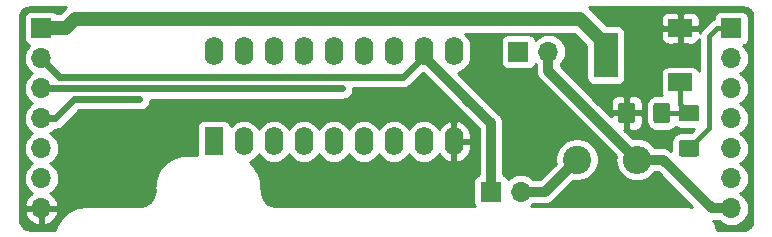
<source format=gtl>
G04 #@! TF.GenerationSoftware,KiCad,Pcbnew,5.1.4-e60b266~84~ubuntu19.04.1*
G04 #@! TF.CreationDate,2019-08-18T18:54:56+02:00*
G04 #@! TF.ProjectId,ULN2803A_shield,554c4e32-3830-4334-915f-736869656c64,rev?*
G04 #@! TF.SameCoordinates,Original*
G04 #@! TF.FileFunction,Copper,L1,Top*
G04 #@! TF.FilePolarity,Positive*
%FSLAX46Y46*%
G04 Gerber Fmt 4.6, Leading zero omitted, Abs format (unit mm)*
G04 Created by KiCad (PCBNEW 5.1.4-e60b266~84~ubuntu19.04.1) date 2019-08-18 18:54:56*
%MOMM*%
%LPD*%
G04 APERTURE LIST*
%ADD10R,2.000000X3.800000*%
%ADD11R,2.000000X1.500000*%
%ADD12O,2.400000X2.400000*%
%ADD13C,2.400000*%
%ADD14R,1.600000X2.400000*%
%ADD15O,1.600000X2.400000*%
%ADD16R,1.700000X1.700000*%
%ADD17O,1.700000X1.700000*%
%ADD18C,0.100000*%
%ADD19C,1.425000*%
%ADD20C,0.600000*%
%ADD21C,0.400000*%
%ADD22C,0.812800*%
%ADD23C,0.609600*%
%ADD24C,1.219200*%
%ADD25C,0.254000*%
G04 APERTURE END LIST*
D10*
X85660000Y-97020000D03*
D11*
X91960000Y-94720000D03*
X91960000Y-99320000D03*
D12*
X88300000Y-105850000D03*
D13*
X83220000Y-105850000D03*
D14*
X52470000Y-104310000D03*
D15*
X72790000Y-96690000D03*
X55010000Y-104310000D03*
X70250000Y-96690000D03*
X57550000Y-104310000D03*
X67710000Y-96690000D03*
X60090000Y-104310000D03*
X65170000Y-96690000D03*
X62630000Y-104310000D03*
X62630000Y-96690000D03*
X65170000Y-104310000D03*
X60090000Y-96690000D03*
X67710000Y-104310000D03*
X57550000Y-96690000D03*
X70250000Y-104310000D03*
X55010000Y-96690000D03*
X72790000Y-104310000D03*
X52470000Y-96690000D03*
D16*
X75930000Y-108560000D03*
D17*
X78470000Y-108560000D03*
D16*
X78250000Y-96710000D03*
D17*
X80790000Y-96710000D03*
D16*
X96280000Y-94750000D03*
D17*
X96280000Y-97290000D03*
X96280000Y-99830000D03*
X96280000Y-102370000D03*
X96280000Y-104910000D03*
X96280000Y-107450000D03*
X96280000Y-109990000D03*
X37860000Y-109960000D03*
X37860000Y-107420000D03*
X37860000Y-104880000D03*
X37860000Y-102340000D03*
X37860000Y-99800000D03*
X37860000Y-97260000D03*
D16*
X37860000Y-94720000D03*
D18*
G36*
X93349504Y-104176204D02*
G01*
X93373773Y-104179804D01*
X93397571Y-104185765D01*
X93420671Y-104194030D01*
X93442849Y-104204520D01*
X93463893Y-104217133D01*
X93483598Y-104231747D01*
X93501777Y-104248223D01*
X93518253Y-104266402D01*
X93532867Y-104286107D01*
X93545480Y-104307151D01*
X93555970Y-104329329D01*
X93564235Y-104352429D01*
X93570196Y-104376227D01*
X93573796Y-104400496D01*
X93575000Y-104425000D01*
X93575000Y-105350000D01*
X93573796Y-105374504D01*
X93570196Y-105398773D01*
X93564235Y-105422571D01*
X93555970Y-105445671D01*
X93545480Y-105467849D01*
X93532867Y-105488893D01*
X93518253Y-105508598D01*
X93501777Y-105526777D01*
X93483598Y-105543253D01*
X93463893Y-105557867D01*
X93442849Y-105570480D01*
X93420671Y-105580970D01*
X93397571Y-105589235D01*
X93373773Y-105595196D01*
X93349504Y-105598796D01*
X93325000Y-105600000D01*
X92075000Y-105600000D01*
X92050496Y-105598796D01*
X92026227Y-105595196D01*
X92002429Y-105589235D01*
X91979329Y-105580970D01*
X91957151Y-105570480D01*
X91936107Y-105557867D01*
X91916402Y-105543253D01*
X91898223Y-105526777D01*
X91881747Y-105508598D01*
X91867133Y-105488893D01*
X91854520Y-105467849D01*
X91844030Y-105445671D01*
X91835765Y-105422571D01*
X91829804Y-105398773D01*
X91826204Y-105374504D01*
X91825000Y-105350000D01*
X91825000Y-104425000D01*
X91826204Y-104400496D01*
X91829804Y-104376227D01*
X91835765Y-104352429D01*
X91844030Y-104329329D01*
X91854520Y-104307151D01*
X91867133Y-104286107D01*
X91881747Y-104266402D01*
X91898223Y-104248223D01*
X91916402Y-104231747D01*
X91936107Y-104217133D01*
X91957151Y-104204520D01*
X91979329Y-104194030D01*
X92002429Y-104185765D01*
X92026227Y-104179804D01*
X92050496Y-104176204D01*
X92075000Y-104175000D01*
X93325000Y-104175000D01*
X93349504Y-104176204D01*
X93349504Y-104176204D01*
G37*
D19*
X92700000Y-104887500D03*
D18*
G36*
X93349504Y-101201204D02*
G01*
X93373773Y-101204804D01*
X93397571Y-101210765D01*
X93420671Y-101219030D01*
X93442849Y-101229520D01*
X93463893Y-101242133D01*
X93483598Y-101256747D01*
X93501777Y-101273223D01*
X93518253Y-101291402D01*
X93532867Y-101311107D01*
X93545480Y-101332151D01*
X93555970Y-101354329D01*
X93564235Y-101377429D01*
X93570196Y-101401227D01*
X93573796Y-101425496D01*
X93575000Y-101450000D01*
X93575000Y-102375000D01*
X93573796Y-102399504D01*
X93570196Y-102423773D01*
X93564235Y-102447571D01*
X93555970Y-102470671D01*
X93545480Y-102492849D01*
X93532867Y-102513893D01*
X93518253Y-102533598D01*
X93501777Y-102551777D01*
X93483598Y-102568253D01*
X93463893Y-102582867D01*
X93442849Y-102595480D01*
X93420671Y-102605970D01*
X93397571Y-102614235D01*
X93373773Y-102620196D01*
X93349504Y-102623796D01*
X93325000Y-102625000D01*
X92075000Y-102625000D01*
X92050496Y-102623796D01*
X92026227Y-102620196D01*
X92002429Y-102614235D01*
X91979329Y-102605970D01*
X91957151Y-102595480D01*
X91936107Y-102582867D01*
X91916402Y-102568253D01*
X91898223Y-102551777D01*
X91881747Y-102533598D01*
X91867133Y-102513893D01*
X91854520Y-102492849D01*
X91844030Y-102470671D01*
X91835765Y-102447571D01*
X91829804Y-102423773D01*
X91826204Y-102399504D01*
X91825000Y-102375000D01*
X91825000Y-101450000D01*
X91826204Y-101425496D01*
X91829804Y-101401227D01*
X91835765Y-101377429D01*
X91844030Y-101354329D01*
X91854520Y-101332151D01*
X91867133Y-101311107D01*
X91881747Y-101291402D01*
X91898223Y-101273223D01*
X91916402Y-101256747D01*
X91936107Y-101242133D01*
X91957151Y-101229520D01*
X91979329Y-101219030D01*
X92002429Y-101210765D01*
X92026227Y-101204804D01*
X92050496Y-101201204D01*
X92075000Y-101200000D01*
X93325000Y-101200000D01*
X93349504Y-101201204D01*
X93349504Y-101201204D01*
G37*
D19*
X92700000Y-101912500D03*
D18*
G36*
X90887004Y-101026204D02*
G01*
X90911273Y-101029804D01*
X90935071Y-101035765D01*
X90958171Y-101044030D01*
X90980349Y-101054520D01*
X91001393Y-101067133D01*
X91021098Y-101081747D01*
X91039277Y-101098223D01*
X91055753Y-101116402D01*
X91070367Y-101136107D01*
X91082980Y-101157151D01*
X91093470Y-101179329D01*
X91101735Y-101202429D01*
X91107696Y-101226227D01*
X91111296Y-101250496D01*
X91112500Y-101275000D01*
X91112500Y-102525000D01*
X91111296Y-102549504D01*
X91107696Y-102573773D01*
X91101735Y-102597571D01*
X91093470Y-102620671D01*
X91082980Y-102642849D01*
X91070367Y-102663893D01*
X91055753Y-102683598D01*
X91039277Y-102701777D01*
X91021098Y-102718253D01*
X91001393Y-102732867D01*
X90980349Y-102745480D01*
X90958171Y-102755970D01*
X90935071Y-102764235D01*
X90911273Y-102770196D01*
X90887004Y-102773796D01*
X90862500Y-102775000D01*
X89937500Y-102775000D01*
X89912996Y-102773796D01*
X89888727Y-102770196D01*
X89864929Y-102764235D01*
X89841829Y-102755970D01*
X89819651Y-102745480D01*
X89798607Y-102732867D01*
X89778902Y-102718253D01*
X89760723Y-102701777D01*
X89744247Y-102683598D01*
X89729633Y-102663893D01*
X89717020Y-102642849D01*
X89706530Y-102620671D01*
X89698265Y-102597571D01*
X89692304Y-102573773D01*
X89688704Y-102549504D01*
X89687500Y-102525000D01*
X89687500Y-101275000D01*
X89688704Y-101250496D01*
X89692304Y-101226227D01*
X89698265Y-101202429D01*
X89706530Y-101179329D01*
X89717020Y-101157151D01*
X89729633Y-101136107D01*
X89744247Y-101116402D01*
X89760723Y-101098223D01*
X89778902Y-101081747D01*
X89798607Y-101067133D01*
X89819651Y-101054520D01*
X89841829Y-101044030D01*
X89864929Y-101035765D01*
X89888727Y-101029804D01*
X89912996Y-101026204D01*
X89937500Y-101025000D01*
X90862500Y-101025000D01*
X90887004Y-101026204D01*
X90887004Y-101026204D01*
G37*
D19*
X90400000Y-101900000D03*
D18*
G36*
X87912004Y-101026204D02*
G01*
X87936273Y-101029804D01*
X87960071Y-101035765D01*
X87983171Y-101044030D01*
X88005349Y-101054520D01*
X88026393Y-101067133D01*
X88046098Y-101081747D01*
X88064277Y-101098223D01*
X88080753Y-101116402D01*
X88095367Y-101136107D01*
X88107980Y-101157151D01*
X88118470Y-101179329D01*
X88126735Y-101202429D01*
X88132696Y-101226227D01*
X88136296Y-101250496D01*
X88137500Y-101275000D01*
X88137500Y-102525000D01*
X88136296Y-102549504D01*
X88132696Y-102573773D01*
X88126735Y-102597571D01*
X88118470Y-102620671D01*
X88107980Y-102642849D01*
X88095367Y-102663893D01*
X88080753Y-102683598D01*
X88064277Y-102701777D01*
X88046098Y-102718253D01*
X88026393Y-102732867D01*
X88005349Y-102745480D01*
X87983171Y-102755970D01*
X87960071Y-102764235D01*
X87936273Y-102770196D01*
X87912004Y-102773796D01*
X87887500Y-102775000D01*
X86962500Y-102775000D01*
X86937996Y-102773796D01*
X86913727Y-102770196D01*
X86889929Y-102764235D01*
X86866829Y-102755970D01*
X86844651Y-102745480D01*
X86823607Y-102732867D01*
X86803902Y-102718253D01*
X86785723Y-102701777D01*
X86769247Y-102683598D01*
X86754633Y-102663893D01*
X86742020Y-102642849D01*
X86731530Y-102620671D01*
X86723265Y-102597571D01*
X86717304Y-102573773D01*
X86713704Y-102549504D01*
X86712500Y-102525000D01*
X86712500Y-101275000D01*
X86713704Y-101250496D01*
X86717304Y-101226227D01*
X86723265Y-101202429D01*
X86731530Y-101179329D01*
X86742020Y-101157151D01*
X86754633Y-101136107D01*
X86769247Y-101116402D01*
X86785723Y-101098223D01*
X86803902Y-101081747D01*
X86823607Y-101067133D01*
X86844651Y-101054520D01*
X86866829Y-101044030D01*
X86889929Y-101035765D01*
X86913727Y-101029804D01*
X86937996Y-101026204D01*
X86962500Y-101025000D01*
X87887500Y-101025000D01*
X87912004Y-101026204D01*
X87912004Y-101026204D01*
G37*
D19*
X87425000Y-101900000D03*
D20*
X70350000Y-99960000D03*
X83075000Y-98305000D03*
X69600000Y-99960000D03*
X50300000Y-102100000D03*
X71100000Y-99960000D03*
X89700000Y-94700000D03*
X88200000Y-99300000D03*
X89000000Y-98700000D03*
X49300000Y-102600000D03*
X50300000Y-103200000D03*
X89200000Y-99600000D03*
X66900000Y-100250000D03*
X63350000Y-99830000D03*
X46170000Y-100750000D03*
D21*
X55010000Y-104310000D02*
X55010000Y-104710000D01*
D22*
X78230000Y-96690000D02*
X78250000Y-96710000D01*
D21*
X91940000Y-94700000D02*
X91960000Y-94720000D01*
X89700000Y-94700000D02*
X91940000Y-94700000D01*
D22*
X89997056Y-105850000D02*
X88300000Y-105850000D01*
X90467200Y-105850000D02*
X89997056Y-105850000D01*
X96270000Y-109990000D02*
X94607200Y-109990000D01*
X94607200Y-109990000D02*
X90467200Y-105850000D01*
X80790000Y-98340000D02*
X80790000Y-96710000D01*
X88300000Y-105850000D02*
X80790000Y-98340000D01*
X80510000Y-108560000D02*
X83220000Y-105850000D01*
X78470000Y-108560000D02*
X80510000Y-108560000D01*
X70250000Y-96690000D02*
X70250000Y-97090000D01*
X70250000Y-97090000D02*
X74100000Y-100940000D01*
X74100000Y-100940000D02*
X74880000Y-101720000D01*
D23*
X37850000Y-97290000D02*
X39390000Y-98830000D01*
X68510000Y-98830000D02*
X70250000Y-97090000D01*
X39390000Y-98830000D02*
X68510000Y-98830000D01*
D22*
X75930000Y-102770000D02*
X75930000Y-108560000D01*
X74100000Y-100940000D02*
X75930000Y-102770000D01*
D21*
X63350000Y-99830000D02*
X63350000Y-99830000D01*
D23*
X39052081Y-99830000D02*
X63350000Y-99830000D01*
X37850000Y-99830000D02*
X39052081Y-99830000D01*
D24*
X83490000Y-93950000D02*
X79050000Y-93950000D01*
X85660000Y-96120000D02*
X83490000Y-93950000D01*
X85660000Y-97020000D02*
X85660000Y-96120000D01*
X79050000Y-93950000D02*
X82155736Y-93950000D01*
X39929200Y-94720000D02*
X40699200Y-93950000D01*
X37860000Y-94720000D02*
X39929200Y-94720000D01*
X40699200Y-93950000D02*
X42850000Y-93950000D01*
X42850000Y-93950000D02*
X79050000Y-93950000D01*
D23*
X39052081Y-102370000D02*
X40672081Y-100750000D01*
X37850000Y-102370000D02*
X39052081Y-102370000D01*
X40672081Y-100750000D02*
X46110000Y-100750000D01*
X46110000Y-100750000D02*
X46170000Y-100750000D01*
D21*
X96280000Y-94750000D02*
X95030000Y-94750000D01*
X92700000Y-104887500D02*
X94400000Y-103187500D01*
X94400000Y-95380000D02*
X94440000Y-95340000D01*
X94400000Y-103187500D02*
X94400000Y-95380000D01*
X95030000Y-94750000D02*
X94440000Y-95340000D01*
X92687500Y-101900000D02*
X92700000Y-101912500D01*
X90400000Y-101900000D02*
X92687500Y-101900000D01*
X91960000Y-101172500D02*
X92700000Y-101912500D01*
X91960000Y-99320000D02*
X91960000Y-101172500D01*
D25*
G36*
X97432785Y-92978386D02*
G01*
X97579748Y-93022757D01*
X97715297Y-93094829D01*
X97834258Y-93191852D01*
X97932118Y-93310144D01*
X98005132Y-93445181D01*
X98050529Y-93591833D01*
X98070001Y-93777101D01*
X98070000Y-110967643D01*
X98052648Y-111157645D01*
X98009257Y-111304906D01*
X97938088Y-111440935D01*
X97841850Y-111560553D01*
X97724216Y-111659197D01*
X97589655Y-111733117D01*
X97443308Y-111779490D01*
X97259940Y-111800000D01*
X95107096Y-111800000D01*
X95021974Y-111525016D01*
X94997029Y-111465675D01*
X94972931Y-111406029D01*
X94968277Y-111397276D01*
X94782626Y-111053921D01*
X94767435Y-111031400D01*
X95213595Y-111031400D01*
X95224866Y-111045134D01*
X95450986Y-111230706D01*
X95708966Y-111368599D01*
X95988889Y-111453513D01*
X96207050Y-111475000D01*
X96352950Y-111475000D01*
X96571111Y-111453513D01*
X96851034Y-111368599D01*
X97109014Y-111230706D01*
X97335134Y-111045134D01*
X97520706Y-110819014D01*
X97658599Y-110561034D01*
X97743513Y-110281111D01*
X97772185Y-109990000D01*
X97743513Y-109698889D01*
X97658599Y-109418966D01*
X97520706Y-109160986D01*
X97335134Y-108934866D01*
X97109014Y-108749294D01*
X97054209Y-108720000D01*
X97109014Y-108690706D01*
X97335134Y-108505134D01*
X97520706Y-108279014D01*
X97658599Y-108021034D01*
X97743513Y-107741111D01*
X97772185Y-107450000D01*
X97743513Y-107158889D01*
X97658599Y-106878966D01*
X97520706Y-106620986D01*
X97335134Y-106394866D01*
X97109014Y-106209294D01*
X97054209Y-106180000D01*
X97109014Y-106150706D01*
X97335134Y-105965134D01*
X97520706Y-105739014D01*
X97658599Y-105481034D01*
X97743513Y-105201111D01*
X97772185Y-104910000D01*
X97743513Y-104618889D01*
X97658599Y-104338966D01*
X97520706Y-104080986D01*
X97335134Y-103854866D01*
X97109014Y-103669294D01*
X97054209Y-103640000D01*
X97109014Y-103610706D01*
X97335134Y-103425134D01*
X97520706Y-103199014D01*
X97658599Y-102941034D01*
X97743513Y-102661111D01*
X97772185Y-102370000D01*
X97743513Y-102078889D01*
X97658599Y-101798966D01*
X97520706Y-101540986D01*
X97335134Y-101314866D01*
X97109014Y-101129294D01*
X97054209Y-101100000D01*
X97109014Y-101070706D01*
X97335134Y-100885134D01*
X97520706Y-100659014D01*
X97658599Y-100401034D01*
X97743513Y-100121111D01*
X97772185Y-99830000D01*
X97743513Y-99538889D01*
X97658599Y-99258966D01*
X97520706Y-99000986D01*
X97335134Y-98774866D01*
X97109014Y-98589294D01*
X97054209Y-98560000D01*
X97109014Y-98530706D01*
X97335134Y-98345134D01*
X97520706Y-98119014D01*
X97658599Y-97861034D01*
X97743513Y-97581111D01*
X97772185Y-97290000D01*
X97743513Y-96998889D01*
X97658599Y-96718966D01*
X97520706Y-96460986D01*
X97335134Y-96234866D01*
X97305313Y-96210393D01*
X97374180Y-96189502D01*
X97484494Y-96130537D01*
X97581185Y-96051185D01*
X97660537Y-95954494D01*
X97719502Y-95844180D01*
X97755812Y-95724482D01*
X97768072Y-95600000D01*
X97768072Y-93900000D01*
X97755812Y-93775518D01*
X97719502Y-93655820D01*
X97660537Y-93545506D01*
X97581185Y-93448815D01*
X97484494Y-93369463D01*
X97374180Y-93310498D01*
X97254482Y-93274188D01*
X97130000Y-93261928D01*
X95430000Y-93261928D01*
X95305518Y-93274188D01*
X95185820Y-93310498D01*
X95075506Y-93369463D01*
X94978815Y-93448815D01*
X94899463Y-93545506D01*
X94840498Y-93655820D01*
X94804188Y-93775518D01*
X94791928Y-93900000D01*
X94791928Y-93949646D01*
X94708913Y-93974828D01*
X94563854Y-94052364D01*
X94436709Y-94156709D01*
X94410558Y-94188574D01*
X93878576Y-94720557D01*
X93878571Y-94720561D01*
X93838571Y-94760561D01*
X93806710Y-94786709D01*
X93735191Y-94873855D01*
X93702364Y-94913855D01*
X93624828Y-95058914D01*
X93595981Y-95154010D01*
X93595000Y-95005750D01*
X93436250Y-94847000D01*
X92087000Y-94847000D01*
X92087000Y-95946250D01*
X92245750Y-96105000D01*
X92960000Y-96108072D01*
X93084482Y-96095812D01*
X93204180Y-96059502D01*
X93314494Y-96000537D01*
X93411185Y-95921185D01*
X93490537Y-95824494D01*
X93549502Y-95714180D01*
X93565001Y-95663087D01*
X93565001Y-98376912D01*
X93549502Y-98325820D01*
X93490537Y-98215506D01*
X93411185Y-98118815D01*
X93314494Y-98039463D01*
X93204180Y-97980498D01*
X93084482Y-97944188D01*
X92960000Y-97931928D01*
X90960000Y-97931928D01*
X90835518Y-97944188D01*
X90715820Y-97980498D01*
X90605506Y-98039463D01*
X90508815Y-98118815D01*
X90429463Y-98215506D01*
X90370498Y-98325820D01*
X90334188Y-98445518D01*
X90321928Y-98570000D01*
X90321928Y-100070000D01*
X90334188Y-100194482D01*
X90370498Y-100314180D01*
X90409383Y-100386928D01*
X89937500Y-100386928D01*
X89764246Y-100403992D01*
X89597650Y-100454528D01*
X89444114Y-100536595D01*
X89309538Y-100647038D01*
X89199095Y-100781614D01*
X89117028Y-100935150D01*
X89066492Y-101101746D01*
X89049428Y-101275000D01*
X89049428Y-102525000D01*
X89066492Y-102698254D01*
X89117028Y-102864850D01*
X89199095Y-103018386D01*
X89309538Y-103152962D01*
X89444114Y-103263405D01*
X89597650Y-103345472D01*
X89764246Y-103396008D01*
X89937500Y-103413072D01*
X90862500Y-103413072D01*
X91035754Y-103396008D01*
X91202350Y-103345472D01*
X91355886Y-103263405D01*
X91490462Y-103152962D01*
X91546545Y-103084625D01*
X91581614Y-103113405D01*
X91735150Y-103195472D01*
X91901746Y-103246008D01*
X92075000Y-103263072D01*
X93143560Y-103263072D01*
X92869705Y-103536928D01*
X92075000Y-103536928D01*
X91901746Y-103553992D01*
X91735150Y-103604528D01*
X91581614Y-103686595D01*
X91447038Y-103797038D01*
X91336595Y-103931614D01*
X91254528Y-104085150D01*
X91203992Y-104251746D01*
X91186928Y-104425000D01*
X91186928Y-105093467D01*
X91048570Y-104979919D01*
X90867654Y-104883217D01*
X90671350Y-104823669D01*
X90518352Y-104808600D01*
X90518341Y-104808600D01*
X90467200Y-104803563D01*
X90416059Y-104808600D01*
X89819181Y-104808600D01*
X89603819Y-104546181D01*
X89324404Y-104316871D01*
X89005622Y-104146479D01*
X88659723Y-104041552D01*
X88390139Y-104015000D01*
X88209861Y-104015000D01*
X87962159Y-104039397D01*
X87236006Y-103313244D01*
X87298000Y-103251250D01*
X87298000Y-102027000D01*
X87552000Y-102027000D01*
X87552000Y-103251250D01*
X87710750Y-103410000D01*
X88137500Y-103413072D01*
X88261982Y-103400812D01*
X88381680Y-103364502D01*
X88491994Y-103305537D01*
X88588685Y-103226185D01*
X88668037Y-103129494D01*
X88727002Y-103019180D01*
X88763312Y-102899482D01*
X88775572Y-102775000D01*
X88772500Y-102185750D01*
X88613750Y-102027000D01*
X87552000Y-102027000D01*
X87298000Y-102027000D01*
X86236250Y-102027000D01*
X86093006Y-102170244D01*
X84947762Y-101025000D01*
X86074428Y-101025000D01*
X86077500Y-101614250D01*
X86236250Y-101773000D01*
X87298000Y-101773000D01*
X87298000Y-100548750D01*
X87552000Y-100548750D01*
X87552000Y-101773000D01*
X88613750Y-101773000D01*
X88772500Y-101614250D01*
X88775572Y-101025000D01*
X88763312Y-100900518D01*
X88727002Y-100780820D01*
X88668037Y-100670506D01*
X88588685Y-100573815D01*
X88491994Y-100494463D01*
X88381680Y-100435498D01*
X88261982Y-100399188D01*
X88137500Y-100386928D01*
X87710750Y-100390000D01*
X87552000Y-100548750D01*
X87298000Y-100548750D01*
X87139250Y-100390000D01*
X86712500Y-100386928D01*
X86588018Y-100399188D01*
X86468320Y-100435498D01*
X86358006Y-100494463D01*
X86261315Y-100573815D01*
X86181963Y-100670506D01*
X86122998Y-100780820D01*
X86086688Y-100900518D01*
X86074428Y-101025000D01*
X84947762Y-101025000D01*
X81831400Y-97908639D01*
X81831400Y-97776405D01*
X81845134Y-97765134D01*
X82030706Y-97539014D01*
X82168599Y-97281034D01*
X82253513Y-97001111D01*
X82282185Y-96710000D01*
X82253513Y-96418889D01*
X82168599Y-96138966D01*
X82030706Y-95880986D01*
X81845134Y-95654866D01*
X81619014Y-95469294D01*
X81361034Y-95331401D01*
X81081111Y-95246487D01*
X80862950Y-95225000D01*
X80717050Y-95225000D01*
X80498889Y-95246487D01*
X80218966Y-95331401D01*
X79960986Y-95469294D01*
X79734866Y-95654866D01*
X79710393Y-95684687D01*
X79689502Y-95615820D01*
X79630537Y-95505506D01*
X79551185Y-95408815D01*
X79454494Y-95329463D01*
X79344180Y-95270498D01*
X79224482Y-95234188D01*
X79100000Y-95221928D01*
X77400000Y-95221928D01*
X77275518Y-95234188D01*
X77155820Y-95270498D01*
X77045506Y-95329463D01*
X76948815Y-95408815D01*
X76869463Y-95505506D01*
X76810498Y-95615820D01*
X76774188Y-95735518D01*
X76761928Y-95860000D01*
X76761928Y-97560000D01*
X76774188Y-97684482D01*
X76810498Y-97804180D01*
X76869463Y-97914494D01*
X76948815Y-98011185D01*
X77045506Y-98090537D01*
X77155820Y-98149502D01*
X77275518Y-98185812D01*
X77400000Y-98198072D01*
X79100000Y-98198072D01*
X79224482Y-98185812D01*
X79344180Y-98149502D01*
X79454494Y-98090537D01*
X79551185Y-98011185D01*
X79630537Y-97914494D01*
X79689502Y-97804180D01*
X79710393Y-97735313D01*
X79734866Y-97765134D01*
X79748600Y-97776406D01*
X79748600Y-98288858D01*
X79743563Y-98340000D01*
X79748600Y-98391141D01*
X79748600Y-98391151D01*
X79763669Y-98544149D01*
X79823217Y-98740453D01*
X79919919Y-98921370D01*
X80050057Y-99079943D01*
X80089791Y-99112552D01*
X86489397Y-105512159D01*
X86456122Y-105850000D01*
X86491552Y-106209723D01*
X86596479Y-106555622D01*
X86766871Y-106874404D01*
X86996181Y-107153819D01*
X87275596Y-107383129D01*
X87594378Y-107553521D01*
X87940277Y-107658448D01*
X88209861Y-107685000D01*
X88390139Y-107685000D01*
X88659723Y-107658448D01*
X89005622Y-107553521D01*
X89324404Y-107383129D01*
X89603819Y-107153819D01*
X89819181Y-106891400D01*
X90035839Y-106891400D01*
X92992174Y-109847736D01*
X92967612Y-109842515D01*
X92957753Y-109841479D01*
X92570016Y-109803461D01*
X92534877Y-109800000D01*
X79299874Y-109800000D01*
X79525134Y-109615134D01*
X79536405Y-109601400D01*
X80458859Y-109601400D01*
X80510000Y-109606437D01*
X80561141Y-109601400D01*
X80561152Y-109601400D01*
X80714150Y-109586331D01*
X80910454Y-109526783D01*
X81091370Y-109430081D01*
X81249943Y-109299943D01*
X81282552Y-109260209D01*
X82887875Y-107654886D01*
X83039268Y-107685000D01*
X83400732Y-107685000D01*
X83755250Y-107614482D01*
X84089199Y-107476156D01*
X84389744Y-107275338D01*
X84645338Y-107019744D01*
X84846156Y-106719199D01*
X84984482Y-106385250D01*
X85055000Y-106030732D01*
X85055000Y-105669268D01*
X84984482Y-105314750D01*
X84846156Y-104980801D01*
X84645338Y-104680256D01*
X84389744Y-104424662D01*
X84089199Y-104223844D01*
X83755250Y-104085518D01*
X83400732Y-104015000D01*
X83039268Y-104015000D01*
X82684750Y-104085518D01*
X82350801Y-104223844D01*
X82050256Y-104424662D01*
X81794662Y-104680256D01*
X81593844Y-104980801D01*
X81455518Y-105314750D01*
X81385000Y-105669268D01*
X81385000Y-106030732D01*
X81415114Y-106182125D01*
X80078639Y-107518600D01*
X79536405Y-107518600D01*
X79525134Y-107504866D01*
X79299014Y-107319294D01*
X79041034Y-107181401D01*
X78761111Y-107096487D01*
X78542950Y-107075000D01*
X78397050Y-107075000D01*
X78178889Y-107096487D01*
X77898966Y-107181401D01*
X77640986Y-107319294D01*
X77414866Y-107504866D01*
X77390393Y-107534687D01*
X77369502Y-107465820D01*
X77310537Y-107355506D01*
X77231185Y-107258815D01*
X77134494Y-107179463D01*
X77024180Y-107120498D01*
X76971400Y-107104487D01*
X76971400Y-102821141D01*
X76976437Y-102770000D01*
X76971400Y-102718858D01*
X76971400Y-102718848D01*
X76956331Y-102565850D01*
X76896783Y-102369546D01*
X76800081Y-102188630D01*
X76710019Y-102078889D01*
X76702551Y-102069789D01*
X76702547Y-102069785D01*
X76669943Y-102030057D01*
X76630214Y-101997453D01*
X75652554Y-101019792D01*
X75652551Y-101019789D01*
X74872554Y-100239793D01*
X74872550Y-100239788D01*
X73121709Y-98488947D01*
X73341808Y-98422182D01*
X73591101Y-98288932D01*
X73809608Y-98109608D01*
X73988932Y-97891101D01*
X74122182Y-97641808D01*
X74204236Y-97371309D01*
X74225000Y-97160491D01*
X74225000Y-96219508D01*
X74204236Y-96008691D01*
X74122182Y-95738192D01*
X73988932Y-95488899D01*
X73809607Y-95270392D01*
X73717254Y-95194600D01*
X82974471Y-95194600D01*
X84021928Y-96242058D01*
X84021928Y-98920000D01*
X84034188Y-99044482D01*
X84070498Y-99164180D01*
X84129463Y-99274494D01*
X84208815Y-99371185D01*
X84305506Y-99450537D01*
X84415820Y-99509502D01*
X84535518Y-99545812D01*
X84660000Y-99558072D01*
X86660000Y-99558072D01*
X86784482Y-99545812D01*
X86904180Y-99509502D01*
X87014494Y-99450537D01*
X87111185Y-99371185D01*
X87190537Y-99274494D01*
X87249502Y-99164180D01*
X87285812Y-99044482D01*
X87298072Y-98920000D01*
X87298072Y-95470000D01*
X90321928Y-95470000D01*
X90334188Y-95594482D01*
X90370498Y-95714180D01*
X90429463Y-95824494D01*
X90508815Y-95921185D01*
X90605506Y-96000537D01*
X90715820Y-96059502D01*
X90835518Y-96095812D01*
X90960000Y-96108072D01*
X91674250Y-96105000D01*
X91833000Y-95946250D01*
X91833000Y-94847000D01*
X90483750Y-94847000D01*
X90325000Y-95005750D01*
X90321928Y-95470000D01*
X87298072Y-95470000D01*
X87298072Y-95120000D01*
X87285812Y-94995518D01*
X87249502Y-94875820D01*
X87190537Y-94765506D01*
X87111185Y-94668815D01*
X87014494Y-94589463D01*
X86904180Y-94530498D01*
X86784482Y-94494188D01*
X86660000Y-94481928D01*
X85782058Y-94481928D01*
X85270130Y-93970000D01*
X90321928Y-93970000D01*
X90325000Y-94434250D01*
X90483750Y-94593000D01*
X91833000Y-94593000D01*
X91833000Y-93493750D01*
X92087000Y-93493750D01*
X92087000Y-94593000D01*
X93436250Y-94593000D01*
X93595000Y-94434250D01*
X93598072Y-93970000D01*
X93585812Y-93845518D01*
X93549502Y-93725820D01*
X93490537Y-93615506D01*
X93411185Y-93518815D01*
X93314494Y-93439463D01*
X93204180Y-93380498D01*
X93084482Y-93344188D01*
X92960000Y-93331928D01*
X92245750Y-93335000D01*
X92087000Y-93493750D01*
X91833000Y-93493750D01*
X91674250Y-93335000D01*
X90960000Y-93331928D01*
X90835518Y-93344188D01*
X90715820Y-93380498D01*
X90605506Y-93439463D01*
X90508815Y-93518815D01*
X90429463Y-93615506D01*
X90370498Y-93725820D01*
X90334188Y-93845518D01*
X90321928Y-93970000D01*
X85270130Y-93970000D01*
X84413302Y-93113173D01*
X84374323Y-93065677D01*
X84245555Y-92960000D01*
X97245271Y-92960000D01*
X97432785Y-92978386D01*
X97432785Y-92978386D01*
G37*
X97432785Y-92978386D02*
X97579748Y-93022757D01*
X97715297Y-93094829D01*
X97834258Y-93191852D01*
X97932118Y-93310144D01*
X98005132Y-93445181D01*
X98050529Y-93591833D01*
X98070001Y-93777101D01*
X98070000Y-110967643D01*
X98052648Y-111157645D01*
X98009257Y-111304906D01*
X97938088Y-111440935D01*
X97841850Y-111560553D01*
X97724216Y-111659197D01*
X97589655Y-111733117D01*
X97443308Y-111779490D01*
X97259940Y-111800000D01*
X95107096Y-111800000D01*
X95021974Y-111525016D01*
X94997029Y-111465675D01*
X94972931Y-111406029D01*
X94968277Y-111397276D01*
X94782626Y-111053921D01*
X94767435Y-111031400D01*
X95213595Y-111031400D01*
X95224866Y-111045134D01*
X95450986Y-111230706D01*
X95708966Y-111368599D01*
X95988889Y-111453513D01*
X96207050Y-111475000D01*
X96352950Y-111475000D01*
X96571111Y-111453513D01*
X96851034Y-111368599D01*
X97109014Y-111230706D01*
X97335134Y-111045134D01*
X97520706Y-110819014D01*
X97658599Y-110561034D01*
X97743513Y-110281111D01*
X97772185Y-109990000D01*
X97743513Y-109698889D01*
X97658599Y-109418966D01*
X97520706Y-109160986D01*
X97335134Y-108934866D01*
X97109014Y-108749294D01*
X97054209Y-108720000D01*
X97109014Y-108690706D01*
X97335134Y-108505134D01*
X97520706Y-108279014D01*
X97658599Y-108021034D01*
X97743513Y-107741111D01*
X97772185Y-107450000D01*
X97743513Y-107158889D01*
X97658599Y-106878966D01*
X97520706Y-106620986D01*
X97335134Y-106394866D01*
X97109014Y-106209294D01*
X97054209Y-106180000D01*
X97109014Y-106150706D01*
X97335134Y-105965134D01*
X97520706Y-105739014D01*
X97658599Y-105481034D01*
X97743513Y-105201111D01*
X97772185Y-104910000D01*
X97743513Y-104618889D01*
X97658599Y-104338966D01*
X97520706Y-104080986D01*
X97335134Y-103854866D01*
X97109014Y-103669294D01*
X97054209Y-103640000D01*
X97109014Y-103610706D01*
X97335134Y-103425134D01*
X97520706Y-103199014D01*
X97658599Y-102941034D01*
X97743513Y-102661111D01*
X97772185Y-102370000D01*
X97743513Y-102078889D01*
X97658599Y-101798966D01*
X97520706Y-101540986D01*
X97335134Y-101314866D01*
X97109014Y-101129294D01*
X97054209Y-101100000D01*
X97109014Y-101070706D01*
X97335134Y-100885134D01*
X97520706Y-100659014D01*
X97658599Y-100401034D01*
X97743513Y-100121111D01*
X97772185Y-99830000D01*
X97743513Y-99538889D01*
X97658599Y-99258966D01*
X97520706Y-99000986D01*
X97335134Y-98774866D01*
X97109014Y-98589294D01*
X97054209Y-98560000D01*
X97109014Y-98530706D01*
X97335134Y-98345134D01*
X97520706Y-98119014D01*
X97658599Y-97861034D01*
X97743513Y-97581111D01*
X97772185Y-97290000D01*
X97743513Y-96998889D01*
X97658599Y-96718966D01*
X97520706Y-96460986D01*
X97335134Y-96234866D01*
X97305313Y-96210393D01*
X97374180Y-96189502D01*
X97484494Y-96130537D01*
X97581185Y-96051185D01*
X97660537Y-95954494D01*
X97719502Y-95844180D01*
X97755812Y-95724482D01*
X97768072Y-95600000D01*
X97768072Y-93900000D01*
X97755812Y-93775518D01*
X97719502Y-93655820D01*
X97660537Y-93545506D01*
X97581185Y-93448815D01*
X97484494Y-93369463D01*
X97374180Y-93310498D01*
X97254482Y-93274188D01*
X97130000Y-93261928D01*
X95430000Y-93261928D01*
X95305518Y-93274188D01*
X95185820Y-93310498D01*
X95075506Y-93369463D01*
X94978815Y-93448815D01*
X94899463Y-93545506D01*
X94840498Y-93655820D01*
X94804188Y-93775518D01*
X94791928Y-93900000D01*
X94791928Y-93949646D01*
X94708913Y-93974828D01*
X94563854Y-94052364D01*
X94436709Y-94156709D01*
X94410558Y-94188574D01*
X93878576Y-94720557D01*
X93878571Y-94720561D01*
X93838571Y-94760561D01*
X93806710Y-94786709D01*
X93735191Y-94873855D01*
X93702364Y-94913855D01*
X93624828Y-95058914D01*
X93595981Y-95154010D01*
X93595000Y-95005750D01*
X93436250Y-94847000D01*
X92087000Y-94847000D01*
X92087000Y-95946250D01*
X92245750Y-96105000D01*
X92960000Y-96108072D01*
X93084482Y-96095812D01*
X93204180Y-96059502D01*
X93314494Y-96000537D01*
X93411185Y-95921185D01*
X93490537Y-95824494D01*
X93549502Y-95714180D01*
X93565001Y-95663087D01*
X93565001Y-98376912D01*
X93549502Y-98325820D01*
X93490537Y-98215506D01*
X93411185Y-98118815D01*
X93314494Y-98039463D01*
X93204180Y-97980498D01*
X93084482Y-97944188D01*
X92960000Y-97931928D01*
X90960000Y-97931928D01*
X90835518Y-97944188D01*
X90715820Y-97980498D01*
X90605506Y-98039463D01*
X90508815Y-98118815D01*
X90429463Y-98215506D01*
X90370498Y-98325820D01*
X90334188Y-98445518D01*
X90321928Y-98570000D01*
X90321928Y-100070000D01*
X90334188Y-100194482D01*
X90370498Y-100314180D01*
X90409383Y-100386928D01*
X89937500Y-100386928D01*
X89764246Y-100403992D01*
X89597650Y-100454528D01*
X89444114Y-100536595D01*
X89309538Y-100647038D01*
X89199095Y-100781614D01*
X89117028Y-100935150D01*
X89066492Y-101101746D01*
X89049428Y-101275000D01*
X89049428Y-102525000D01*
X89066492Y-102698254D01*
X89117028Y-102864850D01*
X89199095Y-103018386D01*
X89309538Y-103152962D01*
X89444114Y-103263405D01*
X89597650Y-103345472D01*
X89764246Y-103396008D01*
X89937500Y-103413072D01*
X90862500Y-103413072D01*
X91035754Y-103396008D01*
X91202350Y-103345472D01*
X91355886Y-103263405D01*
X91490462Y-103152962D01*
X91546545Y-103084625D01*
X91581614Y-103113405D01*
X91735150Y-103195472D01*
X91901746Y-103246008D01*
X92075000Y-103263072D01*
X93143560Y-103263072D01*
X92869705Y-103536928D01*
X92075000Y-103536928D01*
X91901746Y-103553992D01*
X91735150Y-103604528D01*
X91581614Y-103686595D01*
X91447038Y-103797038D01*
X91336595Y-103931614D01*
X91254528Y-104085150D01*
X91203992Y-104251746D01*
X91186928Y-104425000D01*
X91186928Y-105093467D01*
X91048570Y-104979919D01*
X90867654Y-104883217D01*
X90671350Y-104823669D01*
X90518352Y-104808600D01*
X90518341Y-104808600D01*
X90467200Y-104803563D01*
X90416059Y-104808600D01*
X89819181Y-104808600D01*
X89603819Y-104546181D01*
X89324404Y-104316871D01*
X89005622Y-104146479D01*
X88659723Y-104041552D01*
X88390139Y-104015000D01*
X88209861Y-104015000D01*
X87962159Y-104039397D01*
X87236006Y-103313244D01*
X87298000Y-103251250D01*
X87298000Y-102027000D01*
X87552000Y-102027000D01*
X87552000Y-103251250D01*
X87710750Y-103410000D01*
X88137500Y-103413072D01*
X88261982Y-103400812D01*
X88381680Y-103364502D01*
X88491994Y-103305537D01*
X88588685Y-103226185D01*
X88668037Y-103129494D01*
X88727002Y-103019180D01*
X88763312Y-102899482D01*
X88775572Y-102775000D01*
X88772500Y-102185750D01*
X88613750Y-102027000D01*
X87552000Y-102027000D01*
X87298000Y-102027000D01*
X86236250Y-102027000D01*
X86093006Y-102170244D01*
X84947762Y-101025000D01*
X86074428Y-101025000D01*
X86077500Y-101614250D01*
X86236250Y-101773000D01*
X87298000Y-101773000D01*
X87298000Y-100548750D01*
X87552000Y-100548750D01*
X87552000Y-101773000D01*
X88613750Y-101773000D01*
X88772500Y-101614250D01*
X88775572Y-101025000D01*
X88763312Y-100900518D01*
X88727002Y-100780820D01*
X88668037Y-100670506D01*
X88588685Y-100573815D01*
X88491994Y-100494463D01*
X88381680Y-100435498D01*
X88261982Y-100399188D01*
X88137500Y-100386928D01*
X87710750Y-100390000D01*
X87552000Y-100548750D01*
X87298000Y-100548750D01*
X87139250Y-100390000D01*
X86712500Y-100386928D01*
X86588018Y-100399188D01*
X86468320Y-100435498D01*
X86358006Y-100494463D01*
X86261315Y-100573815D01*
X86181963Y-100670506D01*
X86122998Y-100780820D01*
X86086688Y-100900518D01*
X86074428Y-101025000D01*
X84947762Y-101025000D01*
X81831400Y-97908639D01*
X81831400Y-97776405D01*
X81845134Y-97765134D01*
X82030706Y-97539014D01*
X82168599Y-97281034D01*
X82253513Y-97001111D01*
X82282185Y-96710000D01*
X82253513Y-96418889D01*
X82168599Y-96138966D01*
X82030706Y-95880986D01*
X81845134Y-95654866D01*
X81619014Y-95469294D01*
X81361034Y-95331401D01*
X81081111Y-95246487D01*
X80862950Y-95225000D01*
X80717050Y-95225000D01*
X80498889Y-95246487D01*
X80218966Y-95331401D01*
X79960986Y-95469294D01*
X79734866Y-95654866D01*
X79710393Y-95684687D01*
X79689502Y-95615820D01*
X79630537Y-95505506D01*
X79551185Y-95408815D01*
X79454494Y-95329463D01*
X79344180Y-95270498D01*
X79224482Y-95234188D01*
X79100000Y-95221928D01*
X77400000Y-95221928D01*
X77275518Y-95234188D01*
X77155820Y-95270498D01*
X77045506Y-95329463D01*
X76948815Y-95408815D01*
X76869463Y-95505506D01*
X76810498Y-95615820D01*
X76774188Y-95735518D01*
X76761928Y-95860000D01*
X76761928Y-97560000D01*
X76774188Y-97684482D01*
X76810498Y-97804180D01*
X76869463Y-97914494D01*
X76948815Y-98011185D01*
X77045506Y-98090537D01*
X77155820Y-98149502D01*
X77275518Y-98185812D01*
X77400000Y-98198072D01*
X79100000Y-98198072D01*
X79224482Y-98185812D01*
X79344180Y-98149502D01*
X79454494Y-98090537D01*
X79551185Y-98011185D01*
X79630537Y-97914494D01*
X79689502Y-97804180D01*
X79710393Y-97735313D01*
X79734866Y-97765134D01*
X79748600Y-97776406D01*
X79748600Y-98288858D01*
X79743563Y-98340000D01*
X79748600Y-98391141D01*
X79748600Y-98391151D01*
X79763669Y-98544149D01*
X79823217Y-98740453D01*
X79919919Y-98921370D01*
X80050057Y-99079943D01*
X80089791Y-99112552D01*
X86489397Y-105512159D01*
X86456122Y-105850000D01*
X86491552Y-106209723D01*
X86596479Y-106555622D01*
X86766871Y-106874404D01*
X86996181Y-107153819D01*
X87275596Y-107383129D01*
X87594378Y-107553521D01*
X87940277Y-107658448D01*
X88209861Y-107685000D01*
X88390139Y-107685000D01*
X88659723Y-107658448D01*
X89005622Y-107553521D01*
X89324404Y-107383129D01*
X89603819Y-107153819D01*
X89819181Y-106891400D01*
X90035839Y-106891400D01*
X92992174Y-109847736D01*
X92967612Y-109842515D01*
X92957753Y-109841479D01*
X92570016Y-109803461D01*
X92534877Y-109800000D01*
X79299874Y-109800000D01*
X79525134Y-109615134D01*
X79536405Y-109601400D01*
X80458859Y-109601400D01*
X80510000Y-109606437D01*
X80561141Y-109601400D01*
X80561152Y-109601400D01*
X80714150Y-109586331D01*
X80910454Y-109526783D01*
X81091370Y-109430081D01*
X81249943Y-109299943D01*
X81282552Y-109260209D01*
X82887875Y-107654886D01*
X83039268Y-107685000D01*
X83400732Y-107685000D01*
X83755250Y-107614482D01*
X84089199Y-107476156D01*
X84389744Y-107275338D01*
X84645338Y-107019744D01*
X84846156Y-106719199D01*
X84984482Y-106385250D01*
X85055000Y-106030732D01*
X85055000Y-105669268D01*
X84984482Y-105314750D01*
X84846156Y-104980801D01*
X84645338Y-104680256D01*
X84389744Y-104424662D01*
X84089199Y-104223844D01*
X83755250Y-104085518D01*
X83400732Y-104015000D01*
X83039268Y-104015000D01*
X82684750Y-104085518D01*
X82350801Y-104223844D01*
X82050256Y-104424662D01*
X81794662Y-104680256D01*
X81593844Y-104980801D01*
X81455518Y-105314750D01*
X81385000Y-105669268D01*
X81385000Y-106030732D01*
X81415114Y-106182125D01*
X80078639Y-107518600D01*
X79536405Y-107518600D01*
X79525134Y-107504866D01*
X79299014Y-107319294D01*
X79041034Y-107181401D01*
X78761111Y-107096487D01*
X78542950Y-107075000D01*
X78397050Y-107075000D01*
X78178889Y-107096487D01*
X77898966Y-107181401D01*
X77640986Y-107319294D01*
X77414866Y-107504866D01*
X77390393Y-107534687D01*
X77369502Y-107465820D01*
X77310537Y-107355506D01*
X77231185Y-107258815D01*
X77134494Y-107179463D01*
X77024180Y-107120498D01*
X76971400Y-107104487D01*
X76971400Y-102821141D01*
X76976437Y-102770000D01*
X76971400Y-102718858D01*
X76971400Y-102718848D01*
X76956331Y-102565850D01*
X76896783Y-102369546D01*
X76800081Y-102188630D01*
X76710019Y-102078889D01*
X76702551Y-102069789D01*
X76702547Y-102069785D01*
X76669943Y-102030057D01*
X76630214Y-101997453D01*
X75652554Y-101019792D01*
X75652551Y-101019789D01*
X74872554Y-100239793D01*
X74872550Y-100239788D01*
X73121709Y-98488947D01*
X73341808Y-98422182D01*
X73591101Y-98288932D01*
X73809608Y-98109608D01*
X73988932Y-97891101D01*
X74122182Y-97641808D01*
X74204236Y-97371309D01*
X74225000Y-97160491D01*
X74225000Y-96219508D01*
X74204236Y-96008691D01*
X74122182Y-95738192D01*
X73988932Y-95488899D01*
X73809607Y-95270392D01*
X73717254Y-95194600D01*
X82974471Y-95194600D01*
X84021928Y-96242058D01*
X84021928Y-98920000D01*
X84034188Y-99044482D01*
X84070498Y-99164180D01*
X84129463Y-99274494D01*
X84208815Y-99371185D01*
X84305506Y-99450537D01*
X84415820Y-99509502D01*
X84535518Y-99545812D01*
X84660000Y-99558072D01*
X86660000Y-99558072D01*
X86784482Y-99545812D01*
X86904180Y-99509502D01*
X87014494Y-99450537D01*
X87111185Y-99371185D01*
X87190537Y-99274494D01*
X87249502Y-99164180D01*
X87285812Y-99044482D01*
X87298072Y-98920000D01*
X87298072Y-95470000D01*
X90321928Y-95470000D01*
X90334188Y-95594482D01*
X90370498Y-95714180D01*
X90429463Y-95824494D01*
X90508815Y-95921185D01*
X90605506Y-96000537D01*
X90715820Y-96059502D01*
X90835518Y-96095812D01*
X90960000Y-96108072D01*
X91674250Y-96105000D01*
X91833000Y-95946250D01*
X91833000Y-94847000D01*
X90483750Y-94847000D01*
X90325000Y-95005750D01*
X90321928Y-95470000D01*
X87298072Y-95470000D01*
X87298072Y-95120000D01*
X87285812Y-94995518D01*
X87249502Y-94875820D01*
X87190537Y-94765506D01*
X87111185Y-94668815D01*
X87014494Y-94589463D01*
X86904180Y-94530498D01*
X86784482Y-94494188D01*
X86660000Y-94481928D01*
X85782058Y-94481928D01*
X85270130Y-93970000D01*
X90321928Y-93970000D01*
X90325000Y-94434250D01*
X90483750Y-94593000D01*
X91833000Y-94593000D01*
X91833000Y-93493750D01*
X92087000Y-93493750D01*
X92087000Y-94593000D01*
X93436250Y-94593000D01*
X93595000Y-94434250D01*
X93598072Y-93970000D01*
X93585812Y-93845518D01*
X93549502Y-93725820D01*
X93490537Y-93615506D01*
X93411185Y-93518815D01*
X93314494Y-93439463D01*
X93204180Y-93380498D01*
X93084482Y-93344188D01*
X92960000Y-93331928D01*
X92245750Y-93335000D01*
X92087000Y-93493750D01*
X91833000Y-93493750D01*
X91674250Y-93335000D01*
X90960000Y-93331928D01*
X90835518Y-93344188D01*
X90715820Y-93380498D01*
X90605506Y-93439463D01*
X90508815Y-93518815D01*
X90429463Y-93615506D01*
X90370498Y-93725820D01*
X90334188Y-93845518D01*
X90321928Y-93970000D01*
X85270130Y-93970000D01*
X84413302Y-93113173D01*
X84374323Y-93065677D01*
X84245555Y-92960000D01*
X97245271Y-92960000D01*
X97432785Y-92978386D01*
G36*
X39939124Y-92963710D02*
G01*
X39814877Y-93065677D01*
X39775898Y-93113173D01*
X39413671Y-93475400D01*
X39207623Y-93475400D01*
X39161185Y-93418815D01*
X39064494Y-93339463D01*
X38954180Y-93280498D01*
X38834482Y-93244188D01*
X38710000Y-93231928D01*
X37010000Y-93231928D01*
X36885518Y-93244188D01*
X36765820Y-93280498D01*
X36655506Y-93339463D01*
X36558815Y-93418815D01*
X36479463Y-93515506D01*
X36420498Y-93625820D01*
X36384188Y-93745518D01*
X36371928Y-93870000D01*
X36371928Y-95570000D01*
X36384188Y-95694482D01*
X36420498Y-95814180D01*
X36479463Y-95924494D01*
X36558815Y-96021185D01*
X36655506Y-96100537D01*
X36765820Y-96159502D01*
X36834687Y-96180393D01*
X36804866Y-96204866D01*
X36619294Y-96430986D01*
X36481401Y-96688966D01*
X36396487Y-96968889D01*
X36367815Y-97260000D01*
X36396487Y-97551111D01*
X36481401Y-97831034D01*
X36619294Y-98089014D01*
X36804866Y-98315134D01*
X37030986Y-98500706D01*
X37085791Y-98530000D01*
X37030986Y-98559294D01*
X36804866Y-98744866D01*
X36619294Y-98970986D01*
X36481401Y-99228966D01*
X36396487Y-99508889D01*
X36367815Y-99800000D01*
X36396487Y-100091111D01*
X36481401Y-100371034D01*
X36619294Y-100629014D01*
X36804866Y-100855134D01*
X37030986Y-101040706D01*
X37085791Y-101070000D01*
X37030986Y-101099294D01*
X36804866Y-101284866D01*
X36619294Y-101510986D01*
X36481401Y-101768966D01*
X36396487Y-102048889D01*
X36367815Y-102340000D01*
X36396487Y-102631111D01*
X36481401Y-102911034D01*
X36619294Y-103169014D01*
X36804866Y-103395134D01*
X37030986Y-103580706D01*
X37085791Y-103610000D01*
X37030986Y-103639294D01*
X36804866Y-103824866D01*
X36619294Y-104050986D01*
X36481401Y-104308966D01*
X36396487Y-104588889D01*
X36367815Y-104880000D01*
X36396487Y-105171111D01*
X36481401Y-105451034D01*
X36619294Y-105709014D01*
X36804866Y-105935134D01*
X37030986Y-106120706D01*
X37085791Y-106150000D01*
X37030986Y-106179294D01*
X36804866Y-106364866D01*
X36619294Y-106590986D01*
X36481401Y-106848966D01*
X36396487Y-107128889D01*
X36367815Y-107420000D01*
X36396487Y-107711111D01*
X36481401Y-107991034D01*
X36619294Y-108249014D01*
X36804866Y-108475134D01*
X37030986Y-108660706D01*
X37095523Y-108695201D01*
X36978645Y-108764822D01*
X36762412Y-108959731D01*
X36588359Y-109193080D01*
X36463175Y-109455901D01*
X36418524Y-109603110D01*
X36539845Y-109833000D01*
X37733000Y-109833000D01*
X37733000Y-109813000D01*
X37987000Y-109813000D01*
X37987000Y-109833000D01*
X39180155Y-109833000D01*
X39301476Y-109603110D01*
X39256825Y-109455901D01*
X39131641Y-109193080D01*
X38957588Y-108959731D01*
X38741355Y-108764822D01*
X38624477Y-108695201D01*
X38689014Y-108660706D01*
X38915134Y-108475134D01*
X39100706Y-108249014D01*
X39238599Y-107991034D01*
X39323513Y-107711111D01*
X39352185Y-107420000D01*
X39323513Y-107128889D01*
X39238599Y-106848966D01*
X39100706Y-106590986D01*
X38915134Y-106364866D01*
X38689014Y-106179294D01*
X38634209Y-106150000D01*
X38689014Y-106120706D01*
X38915134Y-105935134D01*
X39100706Y-105709014D01*
X39238599Y-105451034D01*
X39323513Y-105171111D01*
X39352185Y-104880000D01*
X39323513Y-104588889D01*
X39238599Y-104308966D01*
X39100706Y-104050986D01*
X38915134Y-103824866D01*
X38689014Y-103639294D01*
X38634209Y-103610000D01*
X38689014Y-103580706D01*
X38915134Y-103395134D01*
X38985166Y-103309800D01*
X39005924Y-103309800D01*
X39052081Y-103314346D01*
X39098238Y-103309800D01*
X39098248Y-103309800D01*
X39236314Y-103296202D01*
X39413467Y-103242463D01*
X39576732Y-103155196D01*
X39719835Y-103037754D01*
X39749272Y-103001885D01*
X41061358Y-101689800D01*
X46216167Y-101689800D01*
X46354233Y-101676202D01*
X46531386Y-101622463D01*
X46694651Y-101535196D01*
X46837754Y-101417754D01*
X46955196Y-101274651D01*
X47042463Y-101111386D01*
X47096202Y-100934233D01*
X47112397Y-100769800D01*
X63396167Y-100769800D01*
X63534233Y-100756202D01*
X63711386Y-100702463D01*
X63874651Y-100615196D01*
X64017754Y-100497754D01*
X64135196Y-100354651D01*
X64222463Y-100191386D01*
X64276202Y-100014233D01*
X64294347Y-99830000D01*
X64288418Y-99769800D01*
X68463843Y-99769800D01*
X68510000Y-99774346D01*
X68556157Y-99769800D01*
X68556167Y-99769800D01*
X68694233Y-99756202D01*
X68871386Y-99702463D01*
X69034651Y-99615196D01*
X69177754Y-99497754D01*
X69207191Y-99461885D01*
X70147254Y-98521823D01*
X70215815Y-98528576D01*
X73399788Y-101712550D01*
X73399793Y-101712554D01*
X74179789Y-102492551D01*
X74888600Y-103201362D01*
X74888601Y-107104487D01*
X74835820Y-107120498D01*
X74725506Y-107179463D01*
X74628815Y-107258815D01*
X74549463Y-107355506D01*
X74490498Y-107465820D01*
X74454188Y-107585518D01*
X74441928Y-107710000D01*
X74441928Y-109410000D01*
X74454188Y-109534482D01*
X74490498Y-109654180D01*
X74549463Y-109764494D01*
X74578602Y-109800000D01*
X57834721Y-109800000D01*
X57550101Y-109772093D01*
X57309718Y-109699517D01*
X57088011Y-109581633D01*
X56893420Y-109422929D01*
X56733365Y-109229455D01*
X56613936Y-109008576D01*
X56539683Y-108768701D01*
X56509476Y-108481308D01*
X56499966Y-108138944D01*
X56499947Y-108133545D01*
X56499767Y-108131770D01*
X56498757Y-108095422D01*
X56496962Y-108081247D01*
X56497029Y-108071687D01*
X56496061Y-108061821D01*
X56455260Y-107673628D01*
X56442330Y-107610640D01*
X56430263Y-107547381D01*
X56427398Y-107537891D01*
X56311974Y-107165016D01*
X56287029Y-107105675D01*
X56262931Y-107046029D01*
X56258277Y-107037276D01*
X56072626Y-106693921D01*
X56036644Y-106640576D01*
X56001404Y-106586724D01*
X55995138Y-106579042D01*
X55746332Y-106278287D01*
X55700677Y-106232950D01*
X55655647Y-106186967D01*
X55648009Y-106180648D01*
X55500890Y-106060661D01*
X55561808Y-106042182D01*
X55811101Y-105908932D01*
X56029608Y-105729608D01*
X56208932Y-105511101D01*
X56280000Y-105378142D01*
X56351068Y-105511101D01*
X56530393Y-105729608D01*
X56748900Y-105908932D01*
X56998193Y-106042182D01*
X57268692Y-106124236D01*
X57550000Y-106151943D01*
X57831309Y-106124236D01*
X58101808Y-106042182D01*
X58351101Y-105908932D01*
X58569608Y-105729608D01*
X58748932Y-105511101D01*
X58820000Y-105378142D01*
X58891068Y-105511101D01*
X59070393Y-105729608D01*
X59288900Y-105908932D01*
X59538193Y-106042182D01*
X59808692Y-106124236D01*
X60090000Y-106151943D01*
X60371309Y-106124236D01*
X60641808Y-106042182D01*
X60891101Y-105908932D01*
X61109608Y-105729608D01*
X61288932Y-105511101D01*
X61360000Y-105378142D01*
X61431068Y-105511101D01*
X61610393Y-105729608D01*
X61828900Y-105908932D01*
X62078193Y-106042182D01*
X62348692Y-106124236D01*
X62630000Y-106151943D01*
X62911309Y-106124236D01*
X63181808Y-106042182D01*
X63431101Y-105908932D01*
X63649608Y-105729608D01*
X63828932Y-105511101D01*
X63900000Y-105378142D01*
X63971068Y-105511101D01*
X64150393Y-105729608D01*
X64368900Y-105908932D01*
X64618193Y-106042182D01*
X64888692Y-106124236D01*
X65170000Y-106151943D01*
X65451309Y-106124236D01*
X65721808Y-106042182D01*
X65971101Y-105908932D01*
X66189608Y-105729608D01*
X66368932Y-105511101D01*
X66440000Y-105378142D01*
X66511068Y-105511101D01*
X66690393Y-105729608D01*
X66908900Y-105908932D01*
X67158193Y-106042182D01*
X67428692Y-106124236D01*
X67710000Y-106151943D01*
X67991309Y-106124236D01*
X68261808Y-106042182D01*
X68511101Y-105908932D01*
X68729608Y-105729608D01*
X68908932Y-105511101D01*
X68980000Y-105378142D01*
X69051068Y-105511101D01*
X69230393Y-105729608D01*
X69448900Y-105908932D01*
X69698193Y-106042182D01*
X69968692Y-106124236D01*
X70250000Y-106151943D01*
X70531309Y-106124236D01*
X70801808Y-106042182D01*
X71051101Y-105908932D01*
X71269608Y-105729608D01*
X71448932Y-105511101D01*
X71517265Y-105383259D01*
X71667399Y-105612839D01*
X71865105Y-105814500D01*
X72098354Y-105973715D01*
X72358182Y-106084367D01*
X72440961Y-106101904D01*
X72663000Y-105979915D01*
X72663000Y-104437000D01*
X72917000Y-104437000D01*
X72917000Y-105979915D01*
X73139039Y-106101904D01*
X73221818Y-106084367D01*
X73481646Y-105973715D01*
X73714895Y-105814500D01*
X73912601Y-105612839D01*
X74067166Y-105376483D01*
X74172650Y-105114514D01*
X74225000Y-104837000D01*
X74225000Y-104437000D01*
X72917000Y-104437000D01*
X72663000Y-104437000D01*
X72643000Y-104437000D01*
X72643000Y-104183000D01*
X72663000Y-104183000D01*
X72663000Y-102640085D01*
X72917000Y-102640085D01*
X72917000Y-104183000D01*
X74225000Y-104183000D01*
X74225000Y-103783000D01*
X74172650Y-103505486D01*
X74067166Y-103243517D01*
X73912601Y-103007161D01*
X73714895Y-102805500D01*
X73481646Y-102646285D01*
X73221818Y-102535633D01*
X73139039Y-102518096D01*
X72917000Y-102640085D01*
X72663000Y-102640085D01*
X72440961Y-102518096D01*
X72358182Y-102535633D01*
X72098354Y-102646285D01*
X71865105Y-102805500D01*
X71667399Y-103007161D01*
X71517265Y-103236741D01*
X71448932Y-103108899D01*
X71269607Y-102890392D01*
X71051100Y-102711068D01*
X70801807Y-102577818D01*
X70531308Y-102495764D01*
X70250000Y-102468057D01*
X69968691Y-102495764D01*
X69698192Y-102577818D01*
X69448899Y-102711068D01*
X69230392Y-102890393D01*
X69051068Y-103108900D01*
X68980000Y-103241858D01*
X68908932Y-103108899D01*
X68729607Y-102890392D01*
X68511100Y-102711068D01*
X68261807Y-102577818D01*
X67991308Y-102495764D01*
X67710000Y-102468057D01*
X67428691Y-102495764D01*
X67158192Y-102577818D01*
X66908899Y-102711068D01*
X66690392Y-102890393D01*
X66511068Y-103108900D01*
X66440000Y-103241858D01*
X66368932Y-103108899D01*
X66189607Y-102890392D01*
X65971100Y-102711068D01*
X65721807Y-102577818D01*
X65451308Y-102495764D01*
X65170000Y-102468057D01*
X64888691Y-102495764D01*
X64618192Y-102577818D01*
X64368899Y-102711068D01*
X64150392Y-102890393D01*
X63971068Y-103108900D01*
X63900000Y-103241858D01*
X63828932Y-103108899D01*
X63649607Y-102890392D01*
X63431100Y-102711068D01*
X63181807Y-102577818D01*
X62911308Y-102495764D01*
X62630000Y-102468057D01*
X62348691Y-102495764D01*
X62078192Y-102577818D01*
X61828899Y-102711068D01*
X61610392Y-102890393D01*
X61431068Y-103108900D01*
X61360000Y-103241858D01*
X61288932Y-103108899D01*
X61109607Y-102890392D01*
X60891100Y-102711068D01*
X60641807Y-102577818D01*
X60371308Y-102495764D01*
X60090000Y-102468057D01*
X59808691Y-102495764D01*
X59538192Y-102577818D01*
X59288899Y-102711068D01*
X59070392Y-102890393D01*
X58891068Y-103108900D01*
X58820000Y-103241858D01*
X58748932Y-103108899D01*
X58569607Y-102890392D01*
X58351100Y-102711068D01*
X58101807Y-102577818D01*
X57831308Y-102495764D01*
X57550000Y-102468057D01*
X57268691Y-102495764D01*
X56998192Y-102577818D01*
X56748899Y-102711068D01*
X56530392Y-102890393D01*
X56351068Y-103108900D01*
X56280000Y-103241858D01*
X56208932Y-103108899D01*
X56029607Y-102890392D01*
X55811100Y-102711068D01*
X55561807Y-102577818D01*
X55291308Y-102495764D01*
X55010000Y-102468057D01*
X54728691Y-102495764D01*
X54458192Y-102577818D01*
X54208899Y-102711068D01*
X53990392Y-102890393D01*
X53897581Y-103003483D01*
X53895812Y-102985518D01*
X53859502Y-102865820D01*
X53800537Y-102755506D01*
X53721185Y-102658815D01*
X53624494Y-102579463D01*
X53514180Y-102520498D01*
X53394482Y-102484188D01*
X53270000Y-102471928D01*
X51670000Y-102471928D01*
X51545518Y-102484188D01*
X51425820Y-102520498D01*
X51315506Y-102579463D01*
X51218815Y-102658815D01*
X51139463Y-102755506D01*
X51080498Y-102865820D01*
X51044188Y-102985518D01*
X51031928Y-103110000D01*
X51031928Y-105440000D01*
X50115123Y-105440000D01*
X50084079Y-105443057D01*
X50071687Y-105442971D01*
X50061821Y-105443939D01*
X49673628Y-105484740D01*
X49610640Y-105497670D01*
X49547381Y-105509737D01*
X49537891Y-105512602D01*
X49165016Y-105628026D01*
X49105675Y-105652971D01*
X49046029Y-105677069D01*
X49037276Y-105681723D01*
X48693921Y-105867374D01*
X48640576Y-105903356D01*
X48586724Y-105938596D01*
X48579042Y-105944862D01*
X48278287Y-106193668D01*
X48232950Y-106239323D01*
X48186967Y-106284353D01*
X48180648Y-106291991D01*
X47933948Y-106594476D01*
X47898348Y-106648059D01*
X47861980Y-106701172D01*
X47857265Y-106709892D01*
X47674016Y-107054533D01*
X47649503Y-107114007D01*
X47624142Y-107173177D01*
X47621211Y-107182647D01*
X47508393Y-107556319D01*
X47495893Y-107619449D01*
X47482515Y-107682388D01*
X47481479Y-107692247D01*
X47449230Y-108021143D01*
X47446584Y-108030857D01*
X47439294Y-108135415D01*
X47449008Y-108475399D01*
X47422093Y-108749899D01*
X47349517Y-108990282D01*
X47231633Y-109211989D01*
X47072929Y-109406580D01*
X46879455Y-109566635D01*
X46658576Y-109686064D01*
X46418701Y-109760317D01*
X46136795Y-109789947D01*
X41606694Y-109779925D01*
X41574145Y-109783058D01*
X41561687Y-109782971D01*
X41551821Y-109783939D01*
X41163628Y-109824740D01*
X41100640Y-109837670D01*
X41037381Y-109849737D01*
X41027891Y-109852602D01*
X40655016Y-109968026D01*
X40595675Y-109992971D01*
X40536029Y-110017069D01*
X40527276Y-110021723D01*
X40183921Y-110207374D01*
X40130576Y-110243356D01*
X40076724Y-110278596D01*
X40069042Y-110284862D01*
X39768287Y-110533668D01*
X39722950Y-110579323D01*
X39676967Y-110624353D01*
X39670648Y-110631991D01*
X39423948Y-110934476D01*
X39388348Y-110988059D01*
X39351980Y-111041172D01*
X39347265Y-111049892D01*
X39164016Y-111394533D01*
X39139503Y-111454007D01*
X39114142Y-111513177D01*
X39111211Y-111522647D01*
X39033512Y-111780000D01*
X36894729Y-111780000D01*
X36707216Y-111761614D01*
X36560252Y-111717243D01*
X36424703Y-111645171D01*
X36305742Y-111548148D01*
X36207882Y-111429856D01*
X36134868Y-111294819D01*
X36089471Y-111148167D01*
X36069968Y-110962601D01*
X36069219Y-110316890D01*
X36418524Y-110316890D01*
X36463175Y-110464099D01*
X36588359Y-110726920D01*
X36762412Y-110960269D01*
X36978645Y-111155178D01*
X37228748Y-111304157D01*
X37503109Y-111401481D01*
X37733000Y-111280814D01*
X37733000Y-110087000D01*
X37987000Y-110087000D01*
X37987000Y-111280814D01*
X38216891Y-111401481D01*
X38491252Y-111304157D01*
X38741355Y-111155178D01*
X38957588Y-110960269D01*
X39131641Y-110726920D01*
X39256825Y-110464099D01*
X39301476Y-110316890D01*
X39180155Y-110087000D01*
X37987000Y-110087000D01*
X37733000Y-110087000D01*
X36539845Y-110087000D01*
X36418524Y-110316890D01*
X36069219Y-110316890D01*
X36050040Y-93784319D01*
X36068386Y-93597215D01*
X36112757Y-93450252D01*
X36184829Y-93314703D01*
X36281852Y-93195742D01*
X36400144Y-93097882D01*
X36535181Y-93024868D01*
X36681833Y-92979471D01*
X36867092Y-92960000D01*
X39943645Y-92960000D01*
X39939124Y-92963710D01*
X39939124Y-92963710D01*
G37*
X39939124Y-92963710D02*
X39814877Y-93065677D01*
X39775898Y-93113173D01*
X39413671Y-93475400D01*
X39207623Y-93475400D01*
X39161185Y-93418815D01*
X39064494Y-93339463D01*
X38954180Y-93280498D01*
X38834482Y-93244188D01*
X38710000Y-93231928D01*
X37010000Y-93231928D01*
X36885518Y-93244188D01*
X36765820Y-93280498D01*
X36655506Y-93339463D01*
X36558815Y-93418815D01*
X36479463Y-93515506D01*
X36420498Y-93625820D01*
X36384188Y-93745518D01*
X36371928Y-93870000D01*
X36371928Y-95570000D01*
X36384188Y-95694482D01*
X36420498Y-95814180D01*
X36479463Y-95924494D01*
X36558815Y-96021185D01*
X36655506Y-96100537D01*
X36765820Y-96159502D01*
X36834687Y-96180393D01*
X36804866Y-96204866D01*
X36619294Y-96430986D01*
X36481401Y-96688966D01*
X36396487Y-96968889D01*
X36367815Y-97260000D01*
X36396487Y-97551111D01*
X36481401Y-97831034D01*
X36619294Y-98089014D01*
X36804866Y-98315134D01*
X37030986Y-98500706D01*
X37085791Y-98530000D01*
X37030986Y-98559294D01*
X36804866Y-98744866D01*
X36619294Y-98970986D01*
X36481401Y-99228966D01*
X36396487Y-99508889D01*
X36367815Y-99800000D01*
X36396487Y-100091111D01*
X36481401Y-100371034D01*
X36619294Y-100629014D01*
X36804866Y-100855134D01*
X37030986Y-101040706D01*
X37085791Y-101070000D01*
X37030986Y-101099294D01*
X36804866Y-101284866D01*
X36619294Y-101510986D01*
X36481401Y-101768966D01*
X36396487Y-102048889D01*
X36367815Y-102340000D01*
X36396487Y-102631111D01*
X36481401Y-102911034D01*
X36619294Y-103169014D01*
X36804866Y-103395134D01*
X37030986Y-103580706D01*
X37085791Y-103610000D01*
X37030986Y-103639294D01*
X36804866Y-103824866D01*
X36619294Y-104050986D01*
X36481401Y-104308966D01*
X36396487Y-104588889D01*
X36367815Y-104880000D01*
X36396487Y-105171111D01*
X36481401Y-105451034D01*
X36619294Y-105709014D01*
X36804866Y-105935134D01*
X37030986Y-106120706D01*
X37085791Y-106150000D01*
X37030986Y-106179294D01*
X36804866Y-106364866D01*
X36619294Y-106590986D01*
X36481401Y-106848966D01*
X36396487Y-107128889D01*
X36367815Y-107420000D01*
X36396487Y-107711111D01*
X36481401Y-107991034D01*
X36619294Y-108249014D01*
X36804866Y-108475134D01*
X37030986Y-108660706D01*
X37095523Y-108695201D01*
X36978645Y-108764822D01*
X36762412Y-108959731D01*
X36588359Y-109193080D01*
X36463175Y-109455901D01*
X36418524Y-109603110D01*
X36539845Y-109833000D01*
X37733000Y-109833000D01*
X37733000Y-109813000D01*
X37987000Y-109813000D01*
X37987000Y-109833000D01*
X39180155Y-109833000D01*
X39301476Y-109603110D01*
X39256825Y-109455901D01*
X39131641Y-109193080D01*
X38957588Y-108959731D01*
X38741355Y-108764822D01*
X38624477Y-108695201D01*
X38689014Y-108660706D01*
X38915134Y-108475134D01*
X39100706Y-108249014D01*
X39238599Y-107991034D01*
X39323513Y-107711111D01*
X39352185Y-107420000D01*
X39323513Y-107128889D01*
X39238599Y-106848966D01*
X39100706Y-106590986D01*
X38915134Y-106364866D01*
X38689014Y-106179294D01*
X38634209Y-106150000D01*
X38689014Y-106120706D01*
X38915134Y-105935134D01*
X39100706Y-105709014D01*
X39238599Y-105451034D01*
X39323513Y-105171111D01*
X39352185Y-104880000D01*
X39323513Y-104588889D01*
X39238599Y-104308966D01*
X39100706Y-104050986D01*
X38915134Y-103824866D01*
X38689014Y-103639294D01*
X38634209Y-103610000D01*
X38689014Y-103580706D01*
X38915134Y-103395134D01*
X38985166Y-103309800D01*
X39005924Y-103309800D01*
X39052081Y-103314346D01*
X39098238Y-103309800D01*
X39098248Y-103309800D01*
X39236314Y-103296202D01*
X39413467Y-103242463D01*
X39576732Y-103155196D01*
X39719835Y-103037754D01*
X39749272Y-103001885D01*
X41061358Y-101689800D01*
X46216167Y-101689800D01*
X46354233Y-101676202D01*
X46531386Y-101622463D01*
X46694651Y-101535196D01*
X46837754Y-101417754D01*
X46955196Y-101274651D01*
X47042463Y-101111386D01*
X47096202Y-100934233D01*
X47112397Y-100769800D01*
X63396167Y-100769800D01*
X63534233Y-100756202D01*
X63711386Y-100702463D01*
X63874651Y-100615196D01*
X64017754Y-100497754D01*
X64135196Y-100354651D01*
X64222463Y-100191386D01*
X64276202Y-100014233D01*
X64294347Y-99830000D01*
X64288418Y-99769800D01*
X68463843Y-99769800D01*
X68510000Y-99774346D01*
X68556157Y-99769800D01*
X68556167Y-99769800D01*
X68694233Y-99756202D01*
X68871386Y-99702463D01*
X69034651Y-99615196D01*
X69177754Y-99497754D01*
X69207191Y-99461885D01*
X70147254Y-98521823D01*
X70215815Y-98528576D01*
X73399788Y-101712550D01*
X73399793Y-101712554D01*
X74179789Y-102492551D01*
X74888600Y-103201362D01*
X74888601Y-107104487D01*
X74835820Y-107120498D01*
X74725506Y-107179463D01*
X74628815Y-107258815D01*
X74549463Y-107355506D01*
X74490498Y-107465820D01*
X74454188Y-107585518D01*
X74441928Y-107710000D01*
X74441928Y-109410000D01*
X74454188Y-109534482D01*
X74490498Y-109654180D01*
X74549463Y-109764494D01*
X74578602Y-109800000D01*
X57834721Y-109800000D01*
X57550101Y-109772093D01*
X57309718Y-109699517D01*
X57088011Y-109581633D01*
X56893420Y-109422929D01*
X56733365Y-109229455D01*
X56613936Y-109008576D01*
X56539683Y-108768701D01*
X56509476Y-108481308D01*
X56499966Y-108138944D01*
X56499947Y-108133545D01*
X56499767Y-108131770D01*
X56498757Y-108095422D01*
X56496962Y-108081247D01*
X56497029Y-108071687D01*
X56496061Y-108061821D01*
X56455260Y-107673628D01*
X56442330Y-107610640D01*
X56430263Y-107547381D01*
X56427398Y-107537891D01*
X56311974Y-107165016D01*
X56287029Y-107105675D01*
X56262931Y-107046029D01*
X56258277Y-107037276D01*
X56072626Y-106693921D01*
X56036644Y-106640576D01*
X56001404Y-106586724D01*
X55995138Y-106579042D01*
X55746332Y-106278287D01*
X55700677Y-106232950D01*
X55655647Y-106186967D01*
X55648009Y-106180648D01*
X55500890Y-106060661D01*
X55561808Y-106042182D01*
X55811101Y-105908932D01*
X56029608Y-105729608D01*
X56208932Y-105511101D01*
X56280000Y-105378142D01*
X56351068Y-105511101D01*
X56530393Y-105729608D01*
X56748900Y-105908932D01*
X56998193Y-106042182D01*
X57268692Y-106124236D01*
X57550000Y-106151943D01*
X57831309Y-106124236D01*
X58101808Y-106042182D01*
X58351101Y-105908932D01*
X58569608Y-105729608D01*
X58748932Y-105511101D01*
X58820000Y-105378142D01*
X58891068Y-105511101D01*
X59070393Y-105729608D01*
X59288900Y-105908932D01*
X59538193Y-106042182D01*
X59808692Y-106124236D01*
X60090000Y-106151943D01*
X60371309Y-106124236D01*
X60641808Y-106042182D01*
X60891101Y-105908932D01*
X61109608Y-105729608D01*
X61288932Y-105511101D01*
X61360000Y-105378142D01*
X61431068Y-105511101D01*
X61610393Y-105729608D01*
X61828900Y-105908932D01*
X62078193Y-106042182D01*
X62348692Y-106124236D01*
X62630000Y-106151943D01*
X62911309Y-106124236D01*
X63181808Y-106042182D01*
X63431101Y-105908932D01*
X63649608Y-105729608D01*
X63828932Y-105511101D01*
X63900000Y-105378142D01*
X63971068Y-105511101D01*
X64150393Y-105729608D01*
X64368900Y-105908932D01*
X64618193Y-106042182D01*
X64888692Y-106124236D01*
X65170000Y-106151943D01*
X65451309Y-106124236D01*
X65721808Y-106042182D01*
X65971101Y-105908932D01*
X66189608Y-105729608D01*
X66368932Y-105511101D01*
X66440000Y-105378142D01*
X66511068Y-105511101D01*
X66690393Y-105729608D01*
X66908900Y-105908932D01*
X67158193Y-106042182D01*
X67428692Y-106124236D01*
X67710000Y-106151943D01*
X67991309Y-106124236D01*
X68261808Y-106042182D01*
X68511101Y-105908932D01*
X68729608Y-105729608D01*
X68908932Y-105511101D01*
X68980000Y-105378142D01*
X69051068Y-105511101D01*
X69230393Y-105729608D01*
X69448900Y-105908932D01*
X69698193Y-106042182D01*
X69968692Y-106124236D01*
X70250000Y-106151943D01*
X70531309Y-106124236D01*
X70801808Y-106042182D01*
X71051101Y-105908932D01*
X71269608Y-105729608D01*
X71448932Y-105511101D01*
X71517265Y-105383259D01*
X71667399Y-105612839D01*
X71865105Y-105814500D01*
X72098354Y-105973715D01*
X72358182Y-106084367D01*
X72440961Y-106101904D01*
X72663000Y-105979915D01*
X72663000Y-104437000D01*
X72917000Y-104437000D01*
X72917000Y-105979915D01*
X73139039Y-106101904D01*
X73221818Y-106084367D01*
X73481646Y-105973715D01*
X73714895Y-105814500D01*
X73912601Y-105612839D01*
X74067166Y-105376483D01*
X74172650Y-105114514D01*
X74225000Y-104837000D01*
X74225000Y-104437000D01*
X72917000Y-104437000D01*
X72663000Y-104437000D01*
X72643000Y-104437000D01*
X72643000Y-104183000D01*
X72663000Y-104183000D01*
X72663000Y-102640085D01*
X72917000Y-102640085D01*
X72917000Y-104183000D01*
X74225000Y-104183000D01*
X74225000Y-103783000D01*
X74172650Y-103505486D01*
X74067166Y-103243517D01*
X73912601Y-103007161D01*
X73714895Y-102805500D01*
X73481646Y-102646285D01*
X73221818Y-102535633D01*
X73139039Y-102518096D01*
X72917000Y-102640085D01*
X72663000Y-102640085D01*
X72440961Y-102518096D01*
X72358182Y-102535633D01*
X72098354Y-102646285D01*
X71865105Y-102805500D01*
X71667399Y-103007161D01*
X71517265Y-103236741D01*
X71448932Y-103108899D01*
X71269607Y-102890392D01*
X71051100Y-102711068D01*
X70801807Y-102577818D01*
X70531308Y-102495764D01*
X70250000Y-102468057D01*
X69968691Y-102495764D01*
X69698192Y-102577818D01*
X69448899Y-102711068D01*
X69230392Y-102890393D01*
X69051068Y-103108900D01*
X68980000Y-103241858D01*
X68908932Y-103108899D01*
X68729607Y-102890392D01*
X68511100Y-102711068D01*
X68261807Y-102577818D01*
X67991308Y-102495764D01*
X67710000Y-102468057D01*
X67428691Y-102495764D01*
X67158192Y-102577818D01*
X66908899Y-102711068D01*
X66690392Y-102890393D01*
X66511068Y-103108900D01*
X66440000Y-103241858D01*
X66368932Y-103108899D01*
X66189607Y-102890392D01*
X65971100Y-102711068D01*
X65721807Y-102577818D01*
X65451308Y-102495764D01*
X65170000Y-102468057D01*
X64888691Y-102495764D01*
X64618192Y-102577818D01*
X64368899Y-102711068D01*
X64150392Y-102890393D01*
X63971068Y-103108900D01*
X63900000Y-103241858D01*
X63828932Y-103108899D01*
X63649607Y-102890392D01*
X63431100Y-102711068D01*
X63181807Y-102577818D01*
X62911308Y-102495764D01*
X62630000Y-102468057D01*
X62348691Y-102495764D01*
X62078192Y-102577818D01*
X61828899Y-102711068D01*
X61610392Y-102890393D01*
X61431068Y-103108900D01*
X61360000Y-103241858D01*
X61288932Y-103108899D01*
X61109607Y-102890392D01*
X60891100Y-102711068D01*
X60641807Y-102577818D01*
X60371308Y-102495764D01*
X60090000Y-102468057D01*
X59808691Y-102495764D01*
X59538192Y-102577818D01*
X59288899Y-102711068D01*
X59070392Y-102890393D01*
X58891068Y-103108900D01*
X58820000Y-103241858D01*
X58748932Y-103108899D01*
X58569607Y-102890392D01*
X58351100Y-102711068D01*
X58101807Y-102577818D01*
X57831308Y-102495764D01*
X57550000Y-102468057D01*
X57268691Y-102495764D01*
X56998192Y-102577818D01*
X56748899Y-102711068D01*
X56530392Y-102890393D01*
X56351068Y-103108900D01*
X56280000Y-103241858D01*
X56208932Y-103108899D01*
X56029607Y-102890392D01*
X55811100Y-102711068D01*
X55561807Y-102577818D01*
X55291308Y-102495764D01*
X55010000Y-102468057D01*
X54728691Y-102495764D01*
X54458192Y-102577818D01*
X54208899Y-102711068D01*
X53990392Y-102890393D01*
X53897581Y-103003483D01*
X53895812Y-102985518D01*
X53859502Y-102865820D01*
X53800537Y-102755506D01*
X53721185Y-102658815D01*
X53624494Y-102579463D01*
X53514180Y-102520498D01*
X53394482Y-102484188D01*
X53270000Y-102471928D01*
X51670000Y-102471928D01*
X51545518Y-102484188D01*
X51425820Y-102520498D01*
X51315506Y-102579463D01*
X51218815Y-102658815D01*
X51139463Y-102755506D01*
X51080498Y-102865820D01*
X51044188Y-102985518D01*
X51031928Y-103110000D01*
X51031928Y-105440000D01*
X50115123Y-105440000D01*
X50084079Y-105443057D01*
X50071687Y-105442971D01*
X50061821Y-105443939D01*
X49673628Y-105484740D01*
X49610640Y-105497670D01*
X49547381Y-105509737D01*
X49537891Y-105512602D01*
X49165016Y-105628026D01*
X49105675Y-105652971D01*
X49046029Y-105677069D01*
X49037276Y-105681723D01*
X48693921Y-105867374D01*
X48640576Y-105903356D01*
X48586724Y-105938596D01*
X48579042Y-105944862D01*
X48278287Y-106193668D01*
X48232950Y-106239323D01*
X48186967Y-106284353D01*
X48180648Y-106291991D01*
X47933948Y-106594476D01*
X47898348Y-106648059D01*
X47861980Y-106701172D01*
X47857265Y-106709892D01*
X47674016Y-107054533D01*
X47649503Y-107114007D01*
X47624142Y-107173177D01*
X47621211Y-107182647D01*
X47508393Y-107556319D01*
X47495893Y-107619449D01*
X47482515Y-107682388D01*
X47481479Y-107692247D01*
X47449230Y-108021143D01*
X47446584Y-108030857D01*
X47439294Y-108135415D01*
X47449008Y-108475399D01*
X47422093Y-108749899D01*
X47349517Y-108990282D01*
X47231633Y-109211989D01*
X47072929Y-109406580D01*
X46879455Y-109566635D01*
X46658576Y-109686064D01*
X46418701Y-109760317D01*
X46136795Y-109789947D01*
X41606694Y-109779925D01*
X41574145Y-109783058D01*
X41561687Y-109782971D01*
X41551821Y-109783939D01*
X41163628Y-109824740D01*
X41100640Y-109837670D01*
X41037381Y-109849737D01*
X41027891Y-109852602D01*
X40655016Y-109968026D01*
X40595675Y-109992971D01*
X40536029Y-110017069D01*
X40527276Y-110021723D01*
X40183921Y-110207374D01*
X40130576Y-110243356D01*
X40076724Y-110278596D01*
X40069042Y-110284862D01*
X39768287Y-110533668D01*
X39722950Y-110579323D01*
X39676967Y-110624353D01*
X39670648Y-110631991D01*
X39423948Y-110934476D01*
X39388348Y-110988059D01*
X39351980Y-111041172D01*
X39347265Y-111049892D01*
X39164016Y-111394533D01*
X39139503Y-111454007D01*
X39114142Y-111513177D01*
X39111211Y-111522647D01*
X39033512Y-111780000D01*
X36894729Y-111780000D01*
X36707216Y-111761614D01*
X36560252Y-111717243D01*
X36424703Y-111645171D01*
X36305742Y-111548148D01*
X36207882Y-111429856D01*
X36134868Y-111294819D01*
X36089471Y-111148167D01*
X36069968Y-110962601D01*
X36069219Y-110316890D01*
X36418524Y-110316890D01*
X36463175Y-110464099D01*
X36588359Y-110726920D01*
X36762412Y-110960269D01*
X36978645Y-111155178D01*
X37228748Y-111304157D01*
X37503109Y-111401481D01*
X37733000Y-111280814D01*
X37733000Y-110087000D01*
X37987000Y-110087000D01*
X37987000Y-111280814D01*
X38216891Y-111401481D01*
X38491252Y-111304157D01*
X38741355Y-111155178D01*
X38957588Y-110960269D01*
X39131641Y-110726920D01*
X39256825Y-110464099D01*
X39301476Y-110316890D01*
X39180155Y-110087000D01*
X37987000Y-110087000D01*
X37733000Y-110087000D01*
X36539845Y-110087000D01*
X36418524Y-110316890D01*
X36069219Y-110316890D01*
X36050040Y-93784319D01*
X36068386Y-93597215D01*
X36112757Y-93450252D01*
X36184829Y-93314703D01*
X36281852Y-93195742D01*
X36400144Y-93097882D01*
X36535181Y-93024868D01*
X36681833Y-92979471D01*
X36867092Y-92960000D01*
X39943645Y-92960000D01*
X39939124Y-92963710D01*
M02*

</source>
